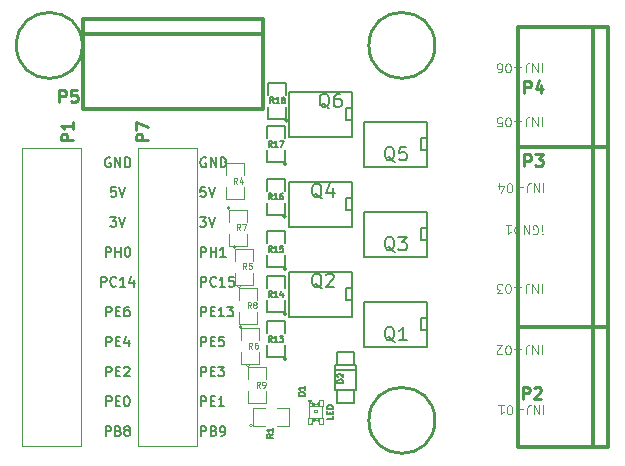
<source format=gto>
G04 (created by PCBNEW (2013-07-07 BZR 4022)-stable) date 16/12/2013 14:51:33*
%MOIN*%
G04 Gerber Fmt 3.4, Leading zero omitted, Abs format*
%FSLAX34Y34*%
G01*
G70*
G90*
G04 APERTURE LIST*
%ADD10C,0.00590551*%
%ADD11C,0.005*%
%ADD12C,0.01*%
%ADD13C,0.0045*%
%ADD14C,0.0039*%
%ADD15C,0.012*%
%ADD16C,0.0026*%
%ADD17C,0.004*%
%ADD18C,0.002*%
%ADD19C,0.006*%
%ADD20C,0.0043*%
G04 APERTURE END LIST*
G54D10*
G54D11*
X75643Y-49824D02*
X75613Y-49809D01*
X75567Y-49809D01*
X75521Y-49824D01*
X75491Y-49855D01*
X75476Y-49885D01*
X75460Y-49946D01*
X75460Y-49992D01*
X75476Y-50053D01*
X75491Y-50083D01*
X75521Y-50114D01*
X75567Y-50129D01*
X75598Y-50129D01*
X75643Y-50114D01*
X75659Y-50099D01*
X75659Y-49992D01*
X75598Y-49992D01*
X75796Y-50129D02*
X75796Y-49809D01*
X75979Y-50129D01*
X75979Y-49809D01*
X76131Y-50129D02*
X76131Y-49809D01*
X76207Y-49809D01*
X76253Y-49824D01*
X76283Y-49855D01*
X76299Y-49885D01*
X76314Y-49946D01*
X76314Y-49992D01*
X76299Y-50053D01*
X76283Y-50083D01*
X76253Y-50114D01*
X76207Y-50129D01*
X76131Y-50129D01*
X75628Y-50805D02*
X75476Y-50805D01*
X75460Y-50957D01*
X75476Y-50942D01*
X75506Y-50927D01*
X75582Y-50927D01*
X75613Y-50942D01*
X75628Y-50957D01*
X75643Y-50988D01*
X75643Y-51064D01*
X75628Y-51095D01*
X75613Y-51110D01*
X75582Y-51125D01*
X75506Y-51125D01*
X75476Y-51110D01*
X75460Y-51095D01*
X75735Y-50805D02*
X75841Y-51125D01*
X75948Y-50805D01*
X75445Y-51801D02*
X75643Y-51801D01*
X75537Y-51923D01*
X75582Y-51923D01*
X75613Y-51938D01*
X75628Y-51953D01*
X75643Y-51984D01*
X75643Y-52060D01*
X75628Y-52091D01*
X75613Y-52106D01*
X75582Y-52121D01*
X75491Y-52121D01*
X75460Y-52106D01*
X75445Y-52091D01*
X75735Y-51801D02*
X75841Y-52121D01*
X75948Y-51801D01*
X75476Y-53117D02*
X75476Y-52797D01*
X75598Y-52797D01*
X75628Y-52812D01*
X75643Y-52828D01*
X75659Y-52858D01*
X75659Y-52904D01*
X75643Y-52934D01*
X75628Y-52949D01*
X75598Y-52965D01*
X75476Y-52965D01*
X75796Y-53117D02*
X75796Y-52797D01*
X75796Y-52949D02*
X75979Y-52949D01*
X75979Y-53117D02*
X75979Y-52797D01*
X76299Y-53117D02*
X76116Y-53117D01*
X76207Y-53117D02*
X76207Y-52797D01*
X76177Y-52843D01*
X76146Y-52873D01*
X76116Y-52888D01*
X75476Y-54113D02*
X75476Y-53793D01*
X75598Y-53793D01*
X75628Y-53808D01*
X75643Y-53824D01*
X75659Y-53854D01*
X75659Y-53900D01*
X75643Y-53930D01*
X75628Y-53945D01*
X75598Y-53961D01*
X75476Y-53961D01*
X75979Y-54083D02*
X75963Y-54098D01*
X75918Y-54113D01*
X75887Y-54113D01*
X75841Y-54098D01*
X75811Y-54067D01*
X75796Y-54037D01*
X75780Y-53976D01*
X75780Y-53930D01*
X75796Y-53869D01*
X75811Y-53839D01*
X75841Y-53808D01*
X75887Y-53793D01*
X75918Y-53793D01*
X75963Y-53808D01*
X75979Y-53824D01*
X76283Y-54113D02*
X76100Y-54113D01*
X76192Y-54113D02*
X76192Y-53793D01*
X76161Y-53839D01*
X76131Y-53869D01*
X76100Y-53884D01*
X76573Y-53793D02*
X76420Y-53793D01*
X76405Y-53945D01*
X76420Y-53930D01*
X76451Y-53915D01*
X76527Y-53915D01*
X76558Y-53930D01*
X76573Y-53945D01*
X76588Y-53976D01*
X76588Y-54052D01*
X76573Y-54083D01*
X76558Y-54098D01*
X76527Y-54113D01*
X76451Y-54113D01*
X76420Y-54098D01*
X76405Y-54083D01*
X75476Y-55109D02*
X75476Y-54789D01*
X75598Y-54789D01*
X75628Y-54804D01*
X75643Y-54820D01*
X75659Y-54850D01*
X75659Y-54896D01*
X75643Y-54926D01*
X75628Y-54941D01*
X75598Y-54957D01*
X75476Y-54957D01*
X75796Y-54941D02*
X75902Y-54941D01*
X75948Y-55109D02*
X75796Y-55109D01*
X75796Y-54789D01*
X75948Y-54789D01*
X76253Y-55109D02*
X76070Y-55109D01*
X76161Y-55109D02*
X76161Y-54789D01*
X76131Y-54835D01*
X76100Y-54865D01*
X76070Y-54880D01*
X76359Y-54789D02*
X76558Y-54789D01*
X76451Y-54911D01*
X76497Y-54911D01*
X76527Y-54926D01*
X76542Y-54941D01*
X76558Y-54972D01*
X76558Y-55048D01*
X76542Y-55079D01*
X76527Y-55094D01*
X76497Y-55109D01*
X76405Y-55109D01*
X76375Y-55094D01*
X76359Y-55079D01*
X75476Y-56105D02*
X75476Y-55785D01*
X75598Y-55785D01*
X75628Y-55800D01*
X75643Y-55816D01*
X75659Y-55846D01*
X75659Y-55892D01*
X75643Y-55922D01*
X75628Y-55937D01*
X75598Y-55953D01*
X75476Y-55953D01*
X75796Y-55937D02*
X75902Y-55937D01*
X75948Y-56105D02*
X75796Y-56105D01*
X75796Y-55785D01*
X75948Y-55785D01*
X76238Y-55785D02*
X76085Y-55785D01*
X76070Y-55937D01*
X76085Y-55922D01*
X76116Y-55907D01*
X76192Y-55907D01*
X76222Y-55922D01*
X76238Y-55937D01*
X76253Y-55968D01*
X76253Y-56044D01*
X76238Y-56075D01*
X76222Y-56090D01*
X76192Y-56105D01*
X76116Y-56105D01*
X76085Y-56090D01*
X76070Y-56075D01*
X75476Y-57101D02*
X75476Y-56781D01*
X75598Y-56781D01*
X75628Y-56796D01*
X75643Y-56812D01*
X75659Y-56842D01*
X75659Y-56888D01*
X75643Y-56918D01*
X75628Y-56933D01*
X75598Y-56949D01*
X75476Y-56949D01*
X75796Y-56933D02*
X75902Y-56933D01*
X75948Y-57101D02*
X75796Y-57101D01*
X75796Y-56781D01*
X75948Y-56781D01*
X76055Y-56781D02*
X76253Y-56781D01*
X76146Y-56903D01*
X76192Y-56903D01*
X76222Y-56918D01*
X76238Y-56933D01*
X76253Y-56964D01*
X76253Y-57040D01*
X76238Y-57071D01*
X76222Y-57086D01*
X76192Y-57101D01*
X76100Y-57101D01*
X76070Y-57086D01*
X76055Y-57071D01*
X75476Y-58097D02*
X75476Y-57777D01*
X75598Y-57777D01*
X75628Y-57792D01*
X75643Y-57808D01*
X75659Y-57838D01*
X75659Y-57884D01*
X75643Y-57914D01*
X75628Y-57929D01*
X75598Y-57945D01*
X75476Y-57945D01*
X75796Y-57929D02*
X75902Y-57929D01*
X75948Y-58097D02*
X75796Y-58097D01*
X75796Y-57777D01*
X75948Y-57777D01*
X76253Y-58097D02*
X76070Y-58097D01*
X76161Y-58097D02*
X76161Y-57777D01*
X76131Y-57823D01*
X76100Y-57853D01*
X76070Y-57868D01*
X75476Y-59093D02*
X75476Y-58773D01*
X75598Y-58773D01*
X75628Y-58788D01*
X75643Y-58804D01*
X75659Y-58834D01*
X75659Y-58880D01*
X75643Y-58910D01*
X75628Y-58925D01*
X75598Y-58941D01*
X75476Y-58941D01*
X75902Y-58925D02*
X75948Y-58941D01*
X75963Y-58956D01*
X75979Y-58986D01*
X75979Y-59032D01*
X75963Y-59063D01*
X75948Y-59078D01*
X75918Y-59093D01*
X75796Y-59093D01*
X75796Y-58773D01*
X75902Y-58773D01*
X75933Y-58788D01*
X75948Y-58804D01*
X75963Y-58834D01*
X75963Y-58864D01*
X75948Y-58895D01*
X75933Y-58910D01*
X75902Y-58925D01*
X75796Y-58925D01*
X76131Y-59093D02*
X76192Y-59093D01*
X76222Y-59078D01*
X76238Y-59063D01*
X76268Y-59017D01*
X76283Y-58956D01*
X76283Y-58834D01*
X76268Y-58804D01*
X76253Y-58788D01*
X76222Y-58773D01*
X76161Y-58773D01*
X76131Y-58788D01*
X76116Y-58804D01*
X76100Y-58834D01*
X76100Y-58910D01*
X76116Y-58941D01*
X76131Y-58956D01*
X76161Y-58971D01*
X76222Y-58971D01*
X76253Y-58956D01*
X76268Y-58941D01*
X76283Y-58910D01*
X72456Y-49824D02*
X72425Y-49809D01*
X72380Y-49809D01*
X72334Y-49824D01*
X72303Y-49855D01*
X72288Y-49885D01*
X72273Y-49946D01*
X72273Y-49992D01*
X72288Y-50053D01*
X72303Y-50083D01*
X72334Y-50114D01*
X72380Y-50129D01*
X72410Y-50129D01*
X72456Y-50114D01*
X72471Y-50099D01*
X72471Y-49992D01*
X72410Y-49992D01*
X72608Y-50129D02*
X72608Y-49809D01*
X72791Y-50129D01*
X72791Y-49809D01*
X72943Y-50129D02*
X72943Y-49809D01*
X73020Y-49809D01*
X73065Y-49824D01*
X73096Y-49855D01*
X73111Y-49885D01*
X73126Y-49946D01*
X73126Y-49992D01*
X73111Y-50053D01*
X73096Y-50083D01*
X73065Y-50114D01*
X73020Y-50129D01*
X72943Y-50129D01*
X72639Y-50805D02*
X72486Y-50805D01*
X72471Y-50957D01*
X72486Y-50942D01*
X72517Y-50927D01*
X72593Y-50927D01*
X72623Y-50942D01*
X72639Y-50957D01*
X72654Y-50988D01*
X72654Y-51064D01*
X72639Y-51095D01*
X72623Y-51110D01*
X72593Y-51125D01*
X72517Y-51125D01*
X72486Y-51110D01*
X72471Y-51095D01*
X72745Y-50805D02*
X72852Y-51125D01*
X72959Y-50805D01*
X72456Y-51801D02*
X72654Y-51801D01*
X72547Y-51923D01*
X72593Y-51923D01*
X72623Y-51938D01*
X72639Y-51953D01*
X72654Y-51984D01*
X72654Y-52060D01*
X72639Y-52091D01*
X72623Y-52106D01*
X72593Y-52121D01*
X72501Y-52121D01*
X72471Y-52106D01*
X72456Y-52091D01*
X72745Y-51801D02*
X72852Y-52121D01*
X72959Y-51801D01*
X72296Y-53117D02*
X72296Y-52797D01*
X72418Y-52797D01*
X72448Y-52812D01*
X72463Y-52828D01*
X72479Y-52858D01*
X72479Y-52904D01*
X72463Y-52934D01*
X72448Y-52949D01*
X72418Y-52965D01*
X72296Y-52965D01*
X72616Y-53117D02*
X72616Y-52797D01*
X72616Y-52949D02*
X72799Y-52949D01*
X72799Y-53117D02*
X72799Y-52797D01*
X73012Y-52797D02*
X73042Y-52797D01*
X73073Y-52812D01*
X73088Y-52828D01*
X73103Y-52858D01*
X73119Y-52919D01*
X73119Y-52995D01*
X73103Y-53056D01*
X73088Y-53087D01*
X73073Y-53102D01*
X73042Y-53117D01*
X73012Y-53117D01*
X72981Y-53102D01*
X72966Y-53087D01*
X72951Y-53056D01*
X72936Y-52995D01*
X72936Y-52919D01*
X72951Y-52858D01*
X72966Y-52828D01*
X72981Y-52812D01*
X73012Y-52797D01*
X72151Y-54113D02*
X72151Y-53793D01*
X72273Y-53793D01*
X72303Y-53808D01*
X72319Y-53824D01*
X72334Y-53854D01*
X72334Y-53900D01*
X72319Y-53930D01*
X72303Y-53945D01*
X72273Y-53961D01*
X72151Y-53961D01*
X72654Y-54083D02*
X72639Y-54098D01*
X72593Y-54113D01*
X72562Y-54113D01*
X72517Y-54098D01*
X72486Y-54067D01*
X72471Y-54037D01*
X72456Y-53976D01*
X72456Y-53930D01*
X72471Y-53869D01*
X72486Y-53839D01*
X72517Y-53808D01*
X72562Y-53793D01*
X72593Y-53793D01*
X72639Y-53808D01*
X72654Y-53824D01*
X72959Y-54113D02*
X72776Y-54113D01*
X72867Y-54113D02*
X72867Y-53793D01*
X72837Y-53839D01*
X72806Y-53869D01*
X72776Y-53884D01*
X73233Y-53900D02*
X73233Y-54113D01*
X73157Y-53778D02*
X73080Y-54006D01*
X73279Y-54006D01*
X72319Y-55109D02*
X72319Y-54789D01*
X72440Y-54789D01*
X72471Y-54804D01*
X72486Y-54820D01*
X72501Y-54850D01*
X72501Y-54896D01*
X72486Y-54926D01*
X72471Y-54941D01*
X72440Y-54957D01*
X72319Y-54957D01*
X72639Y-54941D02*
X72745Y-54941D01*
X72791Y-55109D02*
X72639Y-55109D01*
X72639Y-54789D01*
X72791Y-54789D01*
X73065Y-54789D02*
X73004Y-54789D01*
X72974Y-54804D01*
X72959Y-54820D01*
X72928Y-54865D01*
X72913Y-54926D01*
X72913Y-55048D01*
X72928Y-55079D01*
X72943Y-55094D01*
X72974Y-55109D01*
X73035Y-55109D01*
X73065Y-55094D01*
X73080Y-55079D01*
X73096Y-55048D01*
X73096Y-54972D01*
X73080Y-54941D01*
X73065Y-54926D01*
X73035Y-54911D01*
X72974Y-54911D01*
X72943Y-54926D01*
X72928Y-54941D01*
X72913Y-54972D01*
X72319Y-56105D02*
X72319Y-55785D01*
X72440Y-55785D01*
X72471Y-55800D01*
X72486Y-55816D01*
X72501Y-55846D01*
X72501Y-55892D01*
X72486Y-55922D01*
X72471Y-55937D01*
X72440Y-55953D01*
X72319Y-55953D01*
X72639Y-55937D02*
X72745Y-55937D01*
X72791Y-56105D02*
X72639Y-56105D01*
X72639Y-55785D01*
X72791Y-55785D01*
X73065Y-55892D02*
X73065Y-56105D01*
X72989Y-55770D02*
X72913Y-55998D01*
X73111Y-55998D01*
X72319Y-57101D02*
X72319Y-56781D01*
X72440Y-56781D01*
X72471Y-56796D01*
X72486Y-56812D01*
X72501Y-56842D01*
X72501Y-56888D01*
X72486Y-56918D01*
X72471Y-56933D01*
X72440Y-56949D01*
X72319Y-56949D01*
X72639Y-56933D02*
X72745Y-56933D01*
X72791Y-57101D02*
X72639Y-57101D01*
X72639Y-56781D01*
X72791Y-56781D01*
X72913Y-56812D02*
X72928Y-56796D01*
X72959Y-56781D01*
X73035Y-56781D01*
X73065Y-56796D01*
X73080Y-56812D01*
X73096Y-56842D01*
X73096Y-56872D01*
X73080Y-56918D01*
X72898Y-57101D01*
X73096Y-57101D01*
X72319Y-58097D02*
X72319Y-57777D01*
X72440Y-57777D01*
X72471Y-57792D01*
X72486Y-57808D01*
X72501Y-57838D01*
X72501Y-57884D01*
X72486Y-57914D01*
X72471Y-57929D01*
X72440Y-57945D01*
X72319Y-57945D01*
X72639Y-57929D02*
X72745Y-57929D01*
X72791Y-58097D02*
X72639Y-58097D01*
X72639Y-57777D01*
X72791Y-57777D01*
X72989Y-57777D02*
X73020Y-57777D01*
X73050Y-57792D01*
X73065Y-57808D01*
X73080Y-57838D01*
X73096Y-57899D01*
X73096Y-57975D01*
X73080Y-58036D01*
X73065Y-58067D01*
X73050Y-58082D01*
X73020Y-58097D01*
X72989Y-58097D01*
X72959Y-58082D01*
X72943Y-58067D01*
X72928Y-58036D01*
X72913Y-57975D01*
X72913Y-57899D01*
X72928Y-57838D01*
X72943Y-57808D01*
X72959Y-57792D01*
X72989Y-57777D01*
X72303Y-59093D02*
X72303Y-58773D01*
X72425Y-58773D01*
X72456Y-58788D01*
X72471Y-58804D01*
X72486Y-58834D01*
X72486Y-58880D01*
X72471Y-58910D01*
X72456Y-58925D01*
X72425Y-58941D01*
X72303Y-58941D01*
X72730Y-58925D02*
X72776Y-58941D01*
X72791Y-58956D01*
X72806Y-58986D01*
X72806Y-59032D01*
X72791Y-59063D01*
X72776Y-59078D01*
X72745Y-59093D01*
X72623Y-59093D01*
X72623Y-58773D01*
X72730Y-58773D01*
X72760Y-58788D01*
X72776Y-58804D01*
X72791Y-58834D01*
X72791Y-58864D01*
X72776Y-58895D01*
X72760Y-58910D01*
X72730Y-58925D01*
X72623Y-58925D01*
X72989Y-58910D02*
X72959Y-58895D01*
X72943Y-58880D01*
X72928Y-58849D01*
X72928Y-58834D01*
X72943Y-58804D01*
X72959Y-58788D01*
X72989Y-58773D01*
X73050Y-58773D01*
X73080Y-58788D01*
X73096Y-58804D01*
X73111Y-58834D01*
X73111Y-58849D01*
X73096Y-58880D01*
X73080Y-58895D01*
X73050Y-58910D01*
X72989Y-58910D01*
X72959Y-58925D01*
X72943Y-58941D01*
X72928Y-58971D01*
X72928Y-59032D01*
X72943Y-59063D01*
X72959Y-59078D01*
X72989Y-59093D01*
X73050Y-59093D01*
X73080Y-59078D01*
X73096Y-59063D01*
X73111Y-59032D01*
X73111Y-58971D01*
X73096Y-58941D01*
X73080Y-58925D01*
X73050Y-58910D01*
G54D12*
X83275Y-58575D02*
G75*
G03X83275Y-58575I-1100J0D01*
G74*
G01*
X83275Y-46075D02*
G75*
G03X83275Y-46075I-1100J0D01*
G74*
G01*
X71525Y-46075D02*
G75*
G03X71525Y-46075I-1100J0D01*
G74*
G01*
G54D13*
X86892Y-58078D02*
X86892Y-58378D01*
X86749Y-58078D02*
X86749Y-58378D01*
X86578Y-58078D01*
X86578Y-58378D01*
X86349Y-58378D02*
X86349Y-58164D01*
X86364Y-58121D01*
X86392Y-58092D01*
X86435Y-58078D01*
X86464Y-58078D01*
X86207Y-58192D02*
X85978Y-58192D01*
X85778Y-58378D02*
X85749Y-58378D01*
X85721Y-58364D01*
X85707Y-58350D01*
X85692Y-58321D01*
X85678Y-58264D01*
X85678Y-58192D01*
X85692Y-58135D01*
X85707Y-58107D01*
X85721Y-58092D01*
X85749Y-58078D01*
X85778Y-58078D01*
X85807Y-58092D01*
X85821Y-58107D01*
X85835Y-58135D01*
X85849Y-58192D01*
X85849Y-58264D01*
X85835Y-58321D01*
X85821Y-58350D01*
X85807Y-58364D01*
X85778Y-58378D01*
X85392Y-58078D02*
X85564Y-58078D01*
X85478Y-58078D02*
X85478Y-58378D01*
X85507Y-58335D01*
X85535Y-58307D01*
X85564Y-58292D01*
X86842Y-56078D02*
X86842Y-56378D01*
X86699Y-56078D02*
X86699Y-56378D01*
X86528Y-56078D01*
X86528Y-56378D01*
X86299Y-56378D02*
X86299Y-56164D01*
X86314Y-56121D01*
X86342Y-56092D01*
X86385Y-56078D01*
X86414Y-56078D01*
X86157Y-56192D02*
X85928Y-56192D01*
X85728Y-56378D02*
X85699Y-56378D01*
X85671Y-56364D01*
X85657Y-56350D01*
X85642Y-56321D01*
X85628Y-56264D01*
X85628Y-56192D01*
X85642Y-56135D01*
X85657Y-56107D01*
X85671Y-56092D01*
X85699Y-56078D01*
X85728Y-56078D01*
X85757Y-56092D01*
X85771Y-56107D01*
X85785Y-56135D01*
X85799Y-56192D01*
X85799Y-56264D01*
X85785Y-56321D01*
X85771Y-56350D01*
X85757Y-56364D01*
X85728Y-56378D01*
X85514Y-56350D02*
X85499Y-56364D01*
X85471Y-56378D01*
X85399Y-56378D01*
X85371Y-56364D01*
X85357Y-56350D01*
X85342Y-56321D01*
X85342Y-56292D01*
X85357Y-56250D01*
X85528Y-56078D01*
X85342Y-56078D01*
X86842Y-54028D02*
X86842Y-54328D01*
X86699Y-54028D02*
X86699Y-54328D01*
X86528Y-54028D01*
X86528Y-54328D01*
X86299Y-54328D02*
X86299Y-54114D01*
X86314Y-54071D01*
X86342Y-54042D01*
X86385Y-54028D01*
X86414Y-54028D01*
X86157Y-54142D02*
X85928Y-54142D01*
X85728Y-54328D02*
X85699Y-54328D01*
X85671Y-54314D01*
X85657Y-54300D01*
X85642Y-54271D01*
X85628Y-54214D01*
X85628Y-54142D01*
X85642Y-54085D01*
X85657Y-54057D01*
X85671Y-54042D01*
X85699Y-54028D01*
X85728Y-54028D01*
X85757Y-54042D01*
X85771Y-54057D01*
X85785Y-54085D01*
X85799Y-54142D01*
X85799Y-54214D01*
X85785Y-54271D01*
X85771Y-54300D01*
X85757Y-54314D01*
X85728Y-54328D01*
X85528Y-54328D02*
X85342Y-54328D01*
X85442Y-54214D01*
X85399Y-54214D01*
X85371Y-54200D01*
X85357Y-54185D01*
X85342Y-54157D01*
X85342Y-54085D01*
X85357Y-54057D01*
X85371Y-54042D01*
X85399Y-54028D01*
X85485Y-54028D01*
X85514Y-54042D01*
X85528Y-54057D01*
X86842Y-46678D02*
X86842Y-46978D01*
X86699Y-46678D02*
X86699Y-46978D01*
X86528Y-46678D01*
X86528Y-46978D01*
X86299Y-46978D02*
X86299Y-46764D01*
X86314Y-46721D01*
X86342Y-46692D01*
X86385Y-46678D01*
X86414Y-46678D01*
X86157Y-46792D02*
X85928Y-46792D01*
X85728Y-46978D02*
X85699Y-46978D01*
X85671Y-46964D01*
X85657Y-46950D01*
X85642Y-46921D01*
X85628Y-46864D01*
X85628Y-46792D01*
X85642Y-46735D01*
X85657Y-46707D01*
X85671Y-46692D01*
X85699Y-46678D01*
X85728Y-46678D01*
X85757Y-46692D01*
X85771Y-46707D01*
X85785Y-46735D01*
X85799Y-46792D01*
X85799Y-46864D01*
X85785Y-46921D01*
X85771Y-46950D01*
X85757Y-46964D01*
X85728Y-46978D01*
X85371Y-46978D02*
X85428Y-46978D01*
X85457Y-46964D01*
X85471Y-46950D01*
X85499Y-46907D01*
X85514Y-46850D01*
X85514Y-46735D01*
X85499Y-46707D01*
X85485Y-46692D01*
X85457Y-46678D01*
X85399Y-46678D01*
X85371Y-46692D01*
X85357Y-46707D01*
X85342Y-46735D01*
X85342Y-46807D01*
X85357Y-46835D01*
X85371Y-46850D01*
X85399Y-46864D01*
X85457Y-46864D01*
X85485Y-46850D01*
X85499Y-46835D01*
X85514Y-46807D01*
X86842Y-48478D02*
X86842Y-48778D01*
X86699Y-48478D02*
X86699Y-48778D01*
X86528Y-48478D01*
X86528Y-48778D01*
X86299Y-48778D02*
X86299Y-48564D01*
X86314Y-48521D01*
X86342Y-48492D01*
X86385Y-48478D01*
X86414Y-48478D01*
X86157Y-48592D02*
X85928Y-48592D01*
X85728Y-48778D02*
X85699Y-48778D01*
X85671Y-48764D01*
X85657Y-48750D01*
X85642Y-48721D01*
X85628Y-48664D01*
X85628Y-48592D01*
X85642Y-48535D01*
X85657Y-48507D01*
X85671Y-48492D01*
X85699Y-48478D01*
X85728Y-48478D01*
X85757Y-48492D01*
X85771Y-48507D01*
X85785Y-48535D01*
X85799Y-48592D01*
X85799Y-48664D01*
X85785Y-48721D01*
X85771Y-48750D01*
X85757Y-48764D01*
X85728Y-48778D01*
X85357Y-48778D02*
X85499Y-48778D01*
X85514Y-48635D01*
X85499Y-48650D01*
X85471Y-48664D01*
X85399Y-48664D01*
X85371Y-48650D01*
X85357Y-48635D01*
X85342Y-48607D01*
X85342Y-48535D01*
X85357Y-48507D01*
X85371Y-48492D01*
X85399Y-48478D01*
X85471Y-48478D01*
X85499Y-48492D01*
X85514Y-48507D01*
X86892Y-50678D02*
X86892Y-50978D01*
X86749Y-50678D02*
X86749Y-50978D01*
X86578Y-50678D01*
X86578Y-50978D01*
X86349Y-50978D02*
X86349Y-50764D01*
X86364Y-50721D01*
X86392Y-50692D01*
X86435Y-50678D01*
X86464Y-50678D01*
X86207Y-50792D02*
X85978Y-50792D01*
X85778Y-50978D02*
X85749Y-50978D01*
X85721Y-50964D01*
X85707Y-50950D01*
X85692Y-50921D01*
X85678Y-50864D01*
X85678Y-50792D01*
X85692Y-50735D01*
X85707Y-50707D01*
X85721Y-50692D01*
X85749Y-50678D01*
X85778Y-50678D01*
X85807Y-50692D01*
X85821Y-50707D01*
X85835Y-50735D01*
X85849Y-50792D01*
X85849Y-50864D01*
X85835Y-50921D01*
X85821Y-50950D01*
X85807Y-50964D01*
X85778Y-50978D01*
X85421Y-50878D02*
X85421Y-50678D01*
X85492Y-50992D02*
X85564Y-50778D01*
X85378Y-50778D01*
X86849Y-52078D02*
X86849Y-52278D01*
X86849Y-52378D02*
X86864Y-52364D01*
X86849Y-52350D01*
X86835Y-52364D01*
X86849Y-52378D01*
X86849Y-52350D01*
X86550Y-52364D02*
X86578Y-52378D01*
X86621Y-52378D01*
X86664Y-52364D01*
X86692Y-52335D01*
X86707Y-52307D01*
X86721Y-52250D01*
X86721Y-52207D01*
X86707Y-52150D01*
X86692Y-52121D01*
X86664Y-52092D01*
X86621Y-52078D01*
X86592Y-52078D01*
X86550Y-52092D01*
X86535Y-52107D01*
X86535Y-52207D01*
X86592Y-52207D01*
X86407Y-52078D02*
X86407Y-52378D01*
X86235Y-52078D01*
X86235Y-52378D01*
X86092Y-52078D02*
X86092Y-52378D01*
X86021Y-52378D01*
X85978Y-52364D01*
X85949Y-52335D01*
X85935Y-52307D01*
X85921Y-52250D01*
X85921Y-52207D01*
X85935Y-52150D01*
X85949Y-52121D01*
X85978Y-52092D01*
X86021Y-52078D01*
X86092Y-52078D01*
X85635Y-52078D02*
X85807Y-52078D01*
X85721Y-52078D02*
X85721Y-52378D01*
X85749Y-52335D01*
X85778Y-52307D01*
X85807Y-52292D01*
G54D11*
X80525Y-50675D02*
X80525Y-50625D01*
X80525Y-50625D02*
X78425Y-50625D01*
X78425Y-52125D02*
X80525Y-52125D01*
X80525Y-52125D02*
X80525Y-50675D01*
X80525Y-51575D02*
X80325Y-51575D01*
X80325Y-51575D02*
X80325Y-51175D01*
X80325Y-51175D02*
X80525Y-51175D01*
X78425Y-52125D02*
X78425Y-50625D01*
X83025Y-54675D02*
X83025Y-54625D01*
X83025Y-54625D02*
X80925Y-54625D01*
X80925Y-56125D02*
X83025Y-56125D01*
X83025Y-56125D02*
X83025Y-54675D01*
X83025Y-55575D02*
X82825Y-55575D01*
X82825Y-55575D02*
X82825Y-55175D01*
X82825Y-55175D02*
X83025Y-55175D01*
X80925Y-56125D02*
X80925Y-54625D01*
X80525Y-53675D02*
X80525Y-53625D01*
X80525Y-53625D02*
X78425Y-53625D01*
X78425Y-55125D02*
X80525Y-55125D01*
X80525Y-55125D02*
X80525Y-53675D01*
X80525Y-54575D02*
X80325Y-54575D01*
X80325Y-54575D02*
X80325Y-54175D01*
X80325Y-54175D02*
X80525Y-54175D01*
X78425Y-55125D02*
X78425Y-53625D01*
X83025Y-51675D02*
X83025Y-51625D01*
X83025Y-51625D02*
X80925Y-51625D01*
X80925Y-53125D02*
X83025Y-53125D01*
X83025Y-53125D02*
X83025Y-51675D01*
X83025Y-52575D02*
X82825Y-52575D01*
X82825Y-52575D02*
X82825Y-52175D01*
X82825Y-52175D02*
X83025Y-52175D01*
X80925Y-53125D02*
X80925Y-51625D01*
X80525Y-47675D02*
X80525Y-47625D01*
X80525Y-47625D02*
X78425Y-47625D01*
X78425Y-49125D02*
X80525Y-49125D01*
X80525Y-49125D02*
X80525Y-47675D01*
X80525Y-48575D02*
X80325Y-48575D01*
X80325Y-48575D02*
X80325Y-48175D01*
X80325Y-48175D02*
X80525Y-48175D01*
X78425Y-49125D02*
X78425Y-47625D01*
X83025Y-48675D02*
X83025Y-48625D01*
X83025Y-48625D02*
X80925Y-48625D01*
X80925Y-50125D02*
X83025Y-50125D01*
X83025Y-50125D02*
X83025Y-48675D01*
X83025Y-49575D02*
X82825Y-49575D01*
X82825Y-49575D02*
X82825Y-49175D01*
X82825Y-49175D02*
X83025Y-49175D01*
X80925Y-50125D02*
X80925Y-48625D01*
X78325Y-56525D02*
G75*
G03X78325Y-56525I-50J0D01*
G74*
G01*
X78275Y-56075D02*
X78275Y-56475D01*
X78275Y-56475D02*
X77675Y-56475D01*
X77675Y-56475D02*
X77675Y-56075D01*
X77675Y-55675D02*
X77675Y-55275D01*
X77675Y-55275D02*
X78275Y-55275D01*
X78275Y-55275D02*
X78275Y-55675D01*
X78325Y-55025D02*
G75*
G03X78325Y-55025I-50J0D01*
G74*
G01*
X78275Y-54575D02*
X78275Y-54975D01*
X78275Y-54975D02*
X77675Y-54975D01*
X77675Y-54975D02*
X77675Y-54575D01*
X77675Y-54175D02*
X77675Y-53775D01*
X77675Y-53775D02*
X78275Y-53775D01*
X78275Y-53775D02*
X78275Y-54175D01*
X78325Y-51775D02*
G75*
G03X78325Y-51775I-50J0D01*
G74*
G01*
X78275Y-51325D02*
X78275Y-51725D01*
X78275Y-51725D02*
X77675Y-51725D01*
X77675Y-51725D02*
X77675Y-51325D01*
X77675Y-50925D02*
X77675Y-50525D01*
X77675Y-50525D02*
X78275Y-50525D01*
X78275Y-50525D02*
X78275Y-50925D01*
X78325Y-53525D02*
G75*
G03X78325Y-53525I-50J0D01*
G74*
G01*
X78275Y-53075D02*
X78275Y-53475D01*
X78275Y-53475D02*
X77675Y-53475D01*
X77675Y-53475D02*
X77675Y-53075D01*
X77675Y-52675D02*
X77675Y-52275D01*
X77675Y-52275D02*
X78275Y-52275D01*
X78275Y-52275D02*
X78275Y-52675D01*
X78375Y-48575D02*
G75*
G03X78375Y-48575I-50J0D01*
G74*
G01*
X78325Y-48125D02*
X78325Y-48525D01*
X78325Y-48525D02*
X77725Y-48525D01*
X77725Y-48525D02*
X77725Y-48125D01*
X77725Y-47725D02*
X77725Y-47325D01*
X77725Y-47325D02*
X78325Y-47325D01*
X78325Y-47325D02*
X78325Y-47725D01*
X78325Y-50025D02*
G75*
G03X78325Y-50025I-50J0D01*
G74*
G01*
X78275Y-49575D02*
X78275Y-49975D01*
X78275Y-49975D02*
X77675Y-49975D01*
X77675Y-49975D02*
X77675Y-49575D01*
X77675Y-49175D02*
X77675Y-48775D01*
X77675Y-48775D02*
X78275Y-48775D01*
X78275Y-48775D02*
X78275Y-49175D01*
G54D14*
X69516Y-59421D02*
X71484Y-59421D01*
X71484Y-59421D02*
X71484Y-49480D01*
X71484Y-49480D02*
X69516Y-49480D01*
X69516Y-49480D02*
X69516Y-59421D01*
G54D15*
X89050Y-55450D02*
X86050Y-55450D01*
X89050Y-49450D02*
X86050Y-49450D01*
X88550Y-55450D02*
X88550Y-49450D01*
X86050Y-55450D02*
X86050Y-49450D01*
X89050Y-55450D02*
X89050Y-49450D01*
X88550Y-55450D02*
X88550Y-59450D01*
X89050Y-55450D02*
X86050Y-55450D01*
X86050Y-55450D02*
X86050Y-59450D01*
X86050Y-59450D02*
X89050Y-59450D01*
X89050Y-59450D02*
X89050Y-55450D01*
X88550Y-45450D02*
X88550Y-49450D01*
X89050Y-45450D02*
X86050Y-45450D01*
X86050Y-45450D02*
X86050Y-49450D01*
X86050Y-49450D02*
X89050Y-49450D01*
X89050Y-49450D02*
X89050Y-45450D01*
G54D14*
X73366Y-59421D02*
X75334Y-59421D01*
X75334Y-59421D02*
X75334Y-49480D01*
X75334Y-49480D02*
X73366Y-49480D01*
X73366Y-49480D02*
X73366Y-59421D01*
G54D15*
X77550Y-45200D02*
X77550Y-48200D01*
X71550Y-45200D02*
X71550Y-48200D01*
X77550Y-45700D02*
X71550Y-45700D01*
X77550Y-48200D02*
X71550Y-48200D01*
X77550Y-45200D02*
X71550Y-45200D01*
G54D11*
X80010Y-56280D02*
X80570Y-56280D01*
X79940Y-57550D02*
X79940Y-56740D01*
X80660Y-56740D02*
X80660Y-57550D01*
X80010Y-58010D02*
X80570Y-58010D01*
X80570Y-57580D02*
X80570Y-58000D01*
X80010Y-58000D02*
X80010Y-57570D01*
X80010Y-56720D02*
X80010Y-56280D01*
X80570Y-56290D02*
X80570Y-56720D01*
X79940Y-57560D02*
X80660Y-57560D01*
X79940Y-56900D02*
X80660Y-56900D01*
X80660Y-56740D02*
X79940Y-56740D01*
G54D14*
X77200Y-58750D02*
G75*
G03X77200Y-58750I-50J0D01*
G74*
G01*
X77600Y-58750D02*
X77200Y-58750D01*
X77200Y-58750D02*
X77200Y-58150D01*
X77200Y-58150D02*
X77600Y-58150D01*
X78000Y-58150D02*
X78400Y-58150D01*
X78400Y-58150D02*
X78400Y-58750D01*
X78400Y-58750D02*
X78000Y-58750D01*
G54D16*
X79418Y-58104D02*
X79546Y-58104D01*
X79546Y-58104D02*
X79546Y-57907D01*
X79418Y-57907D02*
X79546Y-57907D01*
X79418Y-58104D02*
X79418Y-57907D01*
X79173Y-58104D02*
X79232Y-58104D01*
X79232Y-58104D02*
X79232Y-58005D01*
X79173Y-58005D02*
X79232Y-58005D01*
X79173Y-58104D02*
X79173Y-58005D01*
X79368Y-58104D02*
X79427Y-58104D01*
X79427Y-58104D02*
X79427Y-58005D01*
X79368Y-58005D02*
X79427Y-58005D01*
X79368Y-58104D02*
X79368Y-58005D01*
X79222Y-58104D02*
X79378Y-58104D01*
X79378Y-58104D02*
X79378Y-58035D01*
X79222Y-58035D02*
X79378Y-58035D01*
X79222Y-58104D02*
X79222Y-58035D01*
X79418Y-58693D02*
X79546Y-58693D01*
X79546Y-58693D02*
X79546Y-58496D01*
X79418Y-58496D02*
X79546Y-58496D01*
X79418Y-58693D02*
X79418Y-58496D01*
X79054Y-58693D02*
X79182Y-58693D01*
X79182Y-58693D02*
X79182Y-58496D01*
X79054Y-58496D02*
X79182Y-58496D01*
X79054Y-58693D02*
X79054Y-58496D01*
X79368Y-58595D02*
X79427Y-58595D01*
X79427Y-58595D02*
X79427Y-58496D01*
X79368Y-58496D02*
X79427Y-58496D01*
X79368Y-58595D02*
X79368Y-58496D01*
X79173Y-58595D02*
X79232Y-58595D01*
X79232Y-58595D02*
X79232Y-58496D01*
X79173Y-58496D02*
X79232Y-58496D01*
X79173Y-58595D02*
X79173Y-58496D01*
X79222Y-58565D02*
X79378Y-58565D01*
X79378Y-58565D02*
X79378Y-58496D01*
X79222Y-58496D02*
X79378Y-58496D01*
X79222Y-58565D02*
X79222Y-58496D01*
X79261Y-58300D02*
X79339Y-58300D01*
X79339Y-58300D02*
X79339Y-58222D01*
X79261Y-58222D02*
X79339Y-58222D01*
X79261Y-58300D02*
X79261Y-58222D01*
X79064Y-58104D02*
X79182Y-58104D01*
X79182Y-58104D02*
X79182Y-57986D01*
X79064Y-57986D02*
X79182Y-57986D01*
X79064Y-58104D02*
X79064Y-57986D01*
X79054Y-57936D02*
X79143Y-57936D01*
X79143Y-57936D02*
X79143Y-57907D01*
X79054Y-57907D02*
X79143Y-57907D01*
X79054Y-57936D02*
X79054Y-57907D01*
G54D17*
X79526Y-58094D02*
X79526Y-58506D01*
X79074Y-58496D02*
X79074Y-57936D01*
G54D18*
X79151Y-57966D02*
G75*
G03X79151Y-57966I-28J0D01*
G74*
G01*
G54D17*
X79163Y-57907D02*
G75*
G03X79437Y-57907I137J0D01*
G74*
G01*
X79437Y-58693D02*
G75*
G03X79163Y-58693I-137J0D01*
G74*
G01*
G54D14*
X76350Y-49950D02*
G75*
G03X76350Y-49950I-50J0D01*
G74*
G01*
X76300Y-50400D02*
X76300Y-50000D01*
X76300Y-50000D02*
X76900Y-50000D01*
X76900Y-50000D02*
X76900Y-50400D01*
X76900Y-50800D02*
X76900Y-51200D01*
X76900Y-51200D02*
X76300Y-51200D01*
X76300Y-51200D02*
X76300Y-50800D01*
X76450Y-51500D02*
G75*
G03X76450Y-51500I-50J0D01*
G74*
G01*
X76400Y-51950D02*
X76400Y-51550D01*
X76400Y-51550D02*
X77000Y-51550D01*
X77000Y-51550D02*
X77000Y-51950D01*
X77000Y-52350D02*
X77000Y-52750D01*
X77000Y-52750D02*
X76400Y-52750D01*
X76400Y-52750D02*
X76400Y-52350D01*
X76650Y-52800D02*
G75*
G03X76650Y-52800I-50J0D01*
G74*
G01*
X76600Y-53250D02*
X76600Y-52850D01*
X76600Y-52850D02*
X77200Y-52850D01*
X77200Y-52850D02*
X77200Y-53250D01*
X77200Y-53650D02*
X77200Y-54050D01*
X77200Y-54050D02*
X76600Y-54050D01*
X76600Y-54050D02*
X76600Y-53650D01*
X76800Y-54100D02*
G75*
G03X76800Y-54100I-50J0D01*
G74*
G01*
X76750Y-54550D02*
X76750Y-54150D01*
X76750Y-54150D02*
X77350Y-54150D01*
X77350Y-54150D02*
X77350Y-54550D01*
X77350Y-54950D02*
X77350Y-55350D01*
X77350Y-55350D02*
X76750Y-55350D01*
X76750Y-55350D02*
X76750Y-54950D01*
X76850Y-55450D02*
G75*
G03X76850Y-55450I-50J0D01*
G74*
G01*
X76800Y-55900D02*
X76800Y-55500D01*
X76800Y-55500D02*
X77400Y-55500D01*
X77400Y-55500D02*
X77400Y-55900D01*
X77400Y-56300D02*
X77400Y-56700D01*
X77400Y-56700D02*
X76800Y-56700D01*
X76800Y-56700D02*
X76800Y-56300D01*
X77100Y-56750D02*
G75*
G03X77100Y-56750I-50J0D01*
G74*
G01*
X77050Y-57200D02*
X77050Y-56800D01*
X77050Y-56800D02*
X77650Y-56800D01*
X77650Y-56800D02*
X77650Y-57200D01*
X77650Y-57600D02*
X77650Y-58000D01*
X77650Y-58000D02*
X77050Y-58000D01*
X77050Y-58000D02*
X77050Y-57600D01*
G54D19*
X79507Y-51175D02*
X79464Y-51153D01*
X79421Y-51110D01*
X79357Y-51046D01*
X79314Y-51025D01*
X79271Y-51025D01*
X79292Y-51132D02*
X79250Y-51110D01*
X79207Y-51067D01*
X79185Y-50982D01*
X79185Y-50832D01*
X79207Y-50746D01*
X79250Y-50703D01*
X79292Y-50682D01*
X79378Y-50682D01*
X79421Y-50703D01*
X79464Y-50746D01*
X79485Y-50832D01*
X79485Y-50982D01*
X79464Y-51067D01*
X79421Y-51110D01*
X79378Y-51132D01*
X79292Y-51132D01*
X79871Y-50832D02*
X79871Y-51132D01*
X79764Y-50660D02*
X79657Y-50982D01*
X79935Y-50982D01*
X81932Y-55950D02*
X81889Y-55928D01*
X81846Y-55885D01*
X81782Y-55821D01*
X81739Y-55800D01*
X81696Y-55800D01*
X81717Y-55907D02*
X81675Y-55885D01*
X81632Y-55842D01*
X81610Y-55757D01*
X81610Y-55607D01*
X81632Y-55521D01*
X81675Y-55478D01*
X81717Y-55457D01*
X81803Y-55457D01*
X81846Y-55478D01*
X81889Y-55521D01*
X81910Y-55607D01*
X81910Y-55757D01*
X81889Y-55842D01*
X81846Y-55885D01*
X81803Y-55907D01*
X81717Y-55907D01*
X82339Y-55907D02*
X82082Y-55907D01*
X82210Y-55907D02*
X82210Y-55457D01*
X82167Y-55521D01*
X82125Y-55564D01*
X82082Y-55585D01*
X79507Y-54175D02*
X79464Y-54153D01*
X79421Y-54110D01*
X79357Y-54046D01*
X79314Y-54025D01*
X79271Y-54025D01*
X79292Y-54132D02*
X79250Y-54110D01*
X79207Y-54067D01*
X79185Y-53982D01*
X79185Y-53832D01*
X79207Y-53746D01*
X79250Y-53703D01*
X79292Y-53682D01*
X79378Y-53682D01*
X79421Y-53703D01*
X79464Y-53746D01*
X79485Y-53832D01*
X79485Y-53982D01*
X79464Y-54067D01*
X79421Y-54110D01*
X79378Y-54132D01*
X79292Y-54132D01*
X79657Y-53725D02*
X79678Y-53703D01*
X79721Y-53682D01*
X79828Y-53682D01*
X79871Y-53703D01*
X79892Y-53725D01*
X79914Y-53767D01*
X79914Y-53810D01*
X79892Y-53875D01*
X79635Y-54132D01*
X79914Y-54132D01*
X81932Y-52950D02*
X81889Y-52928D01*
X81846Y-52885D01*
X81782Y-52821D01*
X81739Y-52800D01*
X81696Y-52800D01*
X81717Y-52907D02*
X81675Y-52885D01*
X81632Y-52842D01*
X81610Y-52757D01*
X81610Y-52607D01*
X81632Y-52521D01*
X81675Y-52478D01*
X81717Y-52457D01*
X81803Y-52457D01*
X81846Y-52478D01*
X81889Y-52521D01*
X81910Y-52607D01*
X81910Y-52757D01*
X81889Y-52842D01*
X81846Y-52885D01*
X81803Y-52907D01*
X81717Y-52907D01*
X82060Y-52457D02*
X82339Y-52457D01*
X82189Y-52628D01*
X82253Y-52628D01*
X82296Y-52650D01*
X82317Y-52671D01*
X82339Y-52714D01*
X82339Y-52821D01*
X82317Y-52864D01*
X82296Y-52885D01*
X82253Y-52907D01*
X82125Y-52907D01*
X82082Y-52885D01*
X82060Y-52864D01*
X79757Y-48175D02*
X79714Y-48153D01*
X79671Y-48110D01*
X79607Y-48046D01*
X79564Y-48025D01*
X79521Y-48025D01*
X79542Y-48132D02*
X79500Y-48110D01*
X79457Y-48067D01*
X79435Y-47982D01*
X79435Y-47832D01*
X79457Y-47746D01*
X79500Y-47703D01*
X79542Y-47682D01*
X79628Y-47682D01*
X79671Y-47703D01*
X79714Y-47746D01*
X79735Y-47832D01*
X79735Y-47982D01*
X79714Y-48067D01*
X79671Y-48110D01*
X79628Y-48132D01*
X79542Y-48132D01*
X80121Y-47682D02*
X80035Y-47682D01*
X79992Y-47703D01*
X79971Y-47725D01*
X79928Y-47789D01*
X79907Y-47875D01*
X79907Y-48046D01*
X79928Y-48089D01*
X79950Y-48110D01*
X79992Y-48132D01*
X80078Y-48132D01*
X80121Y-48110D01*
X80142Y-48089D01*
X80164Y-48046D01*
X80164Y-47939D01*
X80142Y-47896D01*
X80121Y-47875D01*
X80078Y-47853D01*
X79992Y-47853D01*
X79950Y-47875D01*
X79928Y-47896D01*
X79907Y-47939D01*
X81932Y-49950D02*
X81889Y-49928D01*
X81846Y-49885D01*
X81782Y-49821D01*
X81739Y-49800D01*
X81696Y-49800D01*
X81717Y-49907D02*
X81675Y-49885D01*
X81632Y-49842D01*
X81610Y-49757D01*
X81610Y-49607D01*
X81632Y-49521D01*
X81675Y-49478D01*
X81717Y-49457D01*
X81803Y-49457D01*
X81846Y-49478D01*
X81889Y-49521D01*
X81910Y-49607D01*
X81910Y-49757D01*
X81889Y-49842D01*
X81846Y-49885D01*
X81803Y-49907D01*
X81717Y-49907D01*
X82317Y-49457D02*
X82103Y-49457D01*
X82082Y-49671D01*
X82103Y-49650D01*
X82146Y-49628D01*
X82253Y-49628D01*
X82296Y-49650D01*
X82317Y-49671D01*
X82339Y-49714D01*
X82339Y-49821D01*
X82317Y-49864D01*
X82296Y-49885D01*
X82253Y-49907D01*
X82146Y-49907D01*
X82103Y-49885D01*
X82082Y-49864D01*
G54D11*
X77846Y-55955D02*
X77779Y-55860D01*
X77732Y-55955D02*
X77732Y-55755D01*
X77808Y-55755D01*
X77827Y-55765D01*
X77836Y-55775D01*
X77846Y-55794D01*
X77846Y-55822D01*
X77836Y-55841D01*
X77827Y-55851D01*
X77808Y-55860D01*
X77732Y-55860D01*
X78036Y-55955D02*
X77922Y-55955D01*
X77979Y-55955D02*
X77979Y-55755D01*
X77960Y-55784D01*
X77941Y-55803D01*
X77922Y-55813D01*
X78103Y-55755D02*
X78227Y-55755D01*
X78160Y-55832D01*
X78189Y-55832D01*
X78208Y-55841D01*
X78217Y-55851D01*
X78227Y-55870D01*
X78227Y-55917D01*
X78217Y-55936D01*
X78208Y-55946D01*
X78189Y-55955D01*
X78132Y-55955D01*
X78113Y-55946D01*
X78103Y-55936D01*
X77846Y-54455D02*
X77779Y-54360D01*
X77732Y-54455D02*
X77732Y-54255D01*
X77808Y-54255D01*
X77827Y-54265D01*
X77836Y-54275D01*
X77846Y-54294D01*
X77846Y-54322D01*
X77836Y-54341D01*
X77827Y-54351D01*
X77808Y-54360D01*
X77732Y-54360D01*
X78036Y-54455D02*
X77922Y-54455D01*
X77979Y-54455D02*
X77979Y-54255D01*
X77960Y-54284D01*
X77941Y-54303D01*
X77922Y-54313D01*
X78208Y-54322D02*
X78208Y-54455D01*
X78160Y-54246D02*
X78113Y-54389D01*
X78236Y-54389D01*
X77846Y-51205D02*
X77779Y-51110D01*
X77732Y-51205D02*
X77732Y-51005D01*
X77808Y-51005D01*
X77827Y-51015D01*
X77836Y-51025D01*
X77846Y-51044D01*
X77846Y-51072D01*
X77836Y-51091D01*
X77827Y-51101D01*
X77808Y-51110D01*
X77732Y-51110D01*
X78036Y-51205D02*
X77922Y-51205D01*
X77979Y-51205D02*
X77979Y-51005D01*
X77960Y-51034D01*
X77941Y-51053D01*
X77922Y-51063D01*
X78208Y-51005D02*
X78170Y-51005D01*
X78151Y-51015D01*
X78141Y-51025D01*
X78122Y-51053D01*
X78113Y-51091D01*
X78113Y-51167D01*
X78122Y-51186D01*
X78132Y-51196D01*
X78151Y-51205D01*
X78189Y-51205D01*
X78208Y-51196D01*
X78217Y-51186D01*
X78227Y-51167D01*
X78227Y-51120D01*
X78217Y-51101D01*
X78208Y-51091D01*
X78189Y-51082D01*
X78151Y-51082D01*
X78132Y-51091D01*
X78122Y-51101D01*
X78113Y-51120D01*
X77846Y-52955D02*
X77779Y-52860D01*
X77732Y-52955D02*
X77732Y-52755D01*
X77808Y-52755D01*
X77827Y-52765D01*
X77836Y-52775D01*
X77846Y-52794D01*
X77846Y-52822D01*
X77836Y-52841D01*
X77827Y-52851D01*
X77808Y-52860D01*
X77732Y-52860D01*
X78036Y-52955D02*
X77922Y-52955D01*
X77979Y-52955D02*
X77979Y-52755D01*
X77960Y-52784D01*
X77941Y-52803D01*
X77922Y-52813D01*
X78217Y-52755D02*
X78122Y-52755D01*
X78113Y-52851D01*
X78122Y-52841D01*
X78141Y-52832D01*
X78189Y-52832D01*
X78208Y-52841D01*
X78217Y-52851D01*
X78227Y-52870D01*
X78227Y-52917D01*
X78217Y-52936D01*
X78208Y-52946D01*
X78189Y-52955D01*
X78141Y-52955D01*
X78122Y-52946D01*
X78113Y-52936D01*
X77896Y-48005D02*
X77829Y-47910D01*
X77782Y-48005D02*
X77782Y-47805D01*
X77858Y-47805D01*
X77877Y-47815D01*
X77886Y-47825D01*
X77896Y-47844D01*
X77896Y-47872D01*
X77886Y-47891D01*
X77877Y-47901D01*
X77858Y-47910D01*
X77782Y-47910D01*
X78086Y-48005D02*
X77972Y-48005D01*
X78029Y-48005D02*
X78029Y-47805D01*
X78010Y-47834D01*
X77991Y-47853D01*
X77972Y-47863D01*
X78201Y-47891D02*
X78182Y-47882D01*
X78172Y-47872D01*
X78163Y-47853D01*
X78163Y-47844D01*
X78172Y-47825D01*
X78182Y-47815D01*
X78201Y-47805D01*
X78239Y-47805D01*
X78258Y-47815D01*
X78267Y-47825D01*
X78277Y-47844D01*
X78277Y-47853D01*
X78267Y-47872D01*
X78258Y-47882D01*
X78239Y-47891D01*
X78201Y-47891D01*
X78182Y-47901D01*
X78172Y-47910D01*
X78163Y-47929D01*
X78163Y-47967D01*
X78172Y-47986D01*
X78182Y-47996D01*
X78201Y-48005D01*
X78239Y-48005D01*
X78258Y-47996D01*
X78267Y-47986D01*
X78277Y-47967D01*
X78277Y-47929D01*
X78267Y-47910D01*
X78258Y-47901D01*
X78239Y-47891D01*
X77846Y-49455D02*
X77779Y-49360D01*
X77732Y-49455D02*
X77732Y-49255D01*
X77808Y-49255D01*
X77827Y-49265D01*
X77836Y-49275D01*
X77846Y-49294D01*
X77846Y-49322D01*
X77836Y-49341D01*
X77827Y-49351D01*
X77808Y-49360D01*
X77732Y-49360D01*
X78036Y-49455D02*
X77922Y-49455D01*
X77979Y-49455D02*
X77979Y-49255D01*
X77960Y-49284D01*
X77941Y-49303D01*
X77922Y-49313D01*
X78103Y-49255D02*
X78236Y-49255D01*
X78151Y-49455D01*
G54D12*
X71211Y-49245D02*
X70811Y-49245D01*
X70811Y-49092D01*
X70830Y-49054D01*
X70850Y-49035D01*
X70888Y-49016D01*
X70945Y-49016D01*
X70983Y-49035D01*
X71002Y-49054D01*
X71021Y-49092D01*
X71021Y-49245D01*
X71211Y-48635D02*
X71211Y-48864D01*
X71211Y-48749D02*
X70811Y-48749D01*
X70869Y-48788D01*
X70907Y-48826D01*
X70926Y-48864D01*
X86254Y-50111D02*
X86254Y-49711D01*
X86407Y-49711D01*
X86445Y-49730D01*
X86464Y-49750D01*
X86483Y-49788D01*
X86483Y-49845D01*
X86464Y-49883D01*
X86445Y-49902D01*
X86407Y-49921D01*
X86254Y-49921D01*
X86616Y-49711D02*
X86864Y-49711D01*
X86730Y-49864D01*
X86788Y-49864D01*
X86826Y-49883D01*
X86845Y-49902D01*
X86864Y-49940D01*
X86864Y-50035D01*
X86845Y-50073D01*
X86826Y-50092D01*
X86788Y-50111D01*
X86673Y-50111D01*
X86635Y-50092D01*
X86616Y-50073D01*
X86204Y-57861D02*
X86204Y-57461D01*
X86357Y-57461D01*
X86395Y-57480D01*
X86414Y-57500D01*
X86433Y-57538D01*
X86433Y-57595D01*
X86414Y-57633D01*
X86395Y-57652D01*
X86357Y-57671D01*
X86204Y-57671D01*
X86585Y-57500D02*
X86604Y-57480D01*
X86642Y-57461D01*
X86738Y-57461D01*
X86776Y-57480D01*
X86795Y-57500D01*
X86814Y-57538D01*
X86814Y-57576D01*
X86795Y-57633D01*
X86566Y-57861D01*
X86814Y-57861D01*
X86254Y-47661D02*
X86254Y-47261D01*
X86407Y-47261D01*
X86445Y-47280D01*
X86464Y-47300D01*
X86483Y-47338D01*
X86483Y-47395D01*
X86464Y-47433D01*
X86445Y-47452D01*
X86407Y-47471D01*
X86254Y-47471D01*
X86826Y-47395D02*
X86826Y-47661D01*
X86730Y-47242D02*
X86635Y-47528D01*
X86883Y-47528D01*
X73711Y-49245D02*
X73311Y-49245D01*
X73311Y-49092D01*
X73330Y-49054D01*
X73350Y-49035D01*
X73388Y-49016D01*
X73445Y-49016D01*
X73483Y-49035D01*
X73502Y-49054D01*
X73521Y-49092D01*
X73521Y-49245D01*
X73311Y-48883D02*
X73311Y-48616D01*
X73711Y-48788D01*
X70754Y-47961D02*
X70754Y-47561D01*
X70907Y-47561D01*
X70945Y-47580D01*
X70964Y-47600D01*
X70983Y-47638D01*
X70983Y-47695D01*
X70964Y-47733D01*
X70945Y-47752D01*
X70907Y-47771D01*
X70754Y-47771D01*
X71345Y-47561D02*
X71154Y-47561D01*
X71135Y-47752D01*
X71154Y-47733D01*
X71192Y-47714D01*
X71288Y-47714D01*
X71326Y-47733D01*
X71345Y-47752D01*
X71364Y-47790D01*
X71364Y-47885D01*
X71345Y-47923D01*
X71326Y-47942D01*
X71288Y-47961D01*
X71192Y-47961D01*
X71154Y-47942D01*
X71135Y-47923D01*
G54D11*
X80220Y-57317D02*
X80020Y-57317D01*
X80020Y-57270D01*
X80030Y-57241D01*
X80049Y-57222D01*
X80068Y-57212D01*
X80106Y-57203D01*
X80135Y-57203D01*
X80173Y-57212D01*
X80192Y-57222D01*
X80211Y-57241D01*
X80220Y-57270D01*
X80220Y-57317D01*
X80040Y-57127D02*
X80030Y-57117D01*
X80020Y-57098D01*
X80020Y-57050D01*
X80030Y-57031D01*
X80040Y-57022D01*
X80059Y-57012D01*
X80078Y-57012D01*
X80106Y-57022D01*
X80220Y-57136D01*
X80220Y-57012D01*
X77880Y-59033D02*
X77785Y-59100D01*
X77880Y-59147D02*
X77680Y-59147D01*
X77680Y-59071D01*
X77690Y-59052D01*
X77700Y-59042D01*
X77719Y-59033D01*
X77747Y-59033D01*
X77766Y-59042D01*
X77776Y-59052D01*
X77785Y-59071D01*
X77785Y-59147D01*
X77880Y-58842D02*
X77880Y-58957D01*
X77880Y-58900D02*
X77680Y-58900D01*
X77709Y-58919D01*
X77728Y-58938D01*
X77738Y-58957D01*
X78930Y-57747D02*
X78730Y-57747D01*
X78730Y-57700D01*
X78740Y-57671D01*
X78759Y-57652D01*
X78778Y-57642D01*
X78816Y-57633D01*
X78845Y-57633D01*
X78883Y-57642D01*
X78902Y-57652D01*
X78921Y-57671D01*
X78930Y-57700D01*
X78930Y-57747D01*
X78930Y-57442D02*
X78930Y-57557D01*
X78930Y-57500D02*
X78730Y-57500D01*
X78759Y-57519D01*
X78778Y-57538D01*
X78788Y-57557D01*
X79880Y-58428D02*
X79880Y-58523D01*
X79680Y-58523D01*
X79776Y-58361D02*
X79776Y-58295D01*
X79880Y-58266D02*
X79880Y-58361D01*
X79680Y-58361D01*
X79680Y-58266D01*
X79880Y-58180D02*
X79680Y-58180D01*
X79680Y-58133D01*
X79690Y-58104D01*
X79709Y-58085D01*
X79728Y-58076D01*
X79766Y-58066D01*
X79795Y-58066D01*
X79833Y-58076D01*
X79852Y-58085D01*
X79871Y-58104D01*
X79880Y-58133D01*
X79880Y-58180D01*
G54D20*
X76692Y-50679D02*
X76626Y-50585D01*
X76579Y-50679D02*
X76579Y-50482D01*
X76654Y-50482D01*
X76673Y-50492D01*
X76682Y-50501D01*
X76692Y-50520D01*
X76692Y-50548D01*
X76682Y-50567D01*
X76673Y-50576D01*
X76654Y-50585D01*
X76579Y-50585D01*
X76861Y-50548D02*
X76861Y-50679D01*
X76814Y-50473D02*
X76767Y-50614D01*
X76889Y-50614D01*
X76792Y-52229D02*
X76726Y-52135D01*
X76679Y-52229D02*
X76679Y-52032D01*
X76754Y-52032D01*
X76773Y-52042D01*
X76782Y-52051D01*
X76792Y-52070D01*
X76792Y-52098D01*
X76782Y-52117D01*
X76773Y-52126D01*
X76754Y-52135D01*
X76679Y-52135D01*
X76857Y-52032D02*
X76989Y-52032D01*
X76904Y-52229D01*
X76992Y-53529D02*
X76926Y-53435D01*
X76879Y-53529D02*
X76879Y-53332D01*
X76954Y-53332D01*
X76973Y-53342D01*
X76982Y-53351D01*
X76992Y-53370D01*
X76992Y-53398D01*
X76982Y-53417D01*
X76973Y-53426D01*
X76954Y-53435D01*
X76879Y-53435D01*
X77170Y-53332D02*
X77076Y-53332D01*
X77067Y-53426D01*
X77076Y-53417D01*
X77095Y-53407D01*
X77142Y-53407D01*
X77161Y-53417D01*
X77170Y-53426D01*
X77179Y-53445D01*
X77179Y-53492D01*
X77170Y-53510D01*
X77161Y-53520D01*
X77142Y-53529D01*
X77095Y-53529D01*
X77076Y-53520D01*
X77067Y-53510D01*
X77142Y-54829D02*
X77076Y-54735D01*
X77029Y-54829D02*
X77029Y-54632D01*
X77104Y-54632D01*
X77123Y-54642D01*
X77132Y-54651D01*
X77142Y-54670D01*
X77142Y-54698D01*
X77132Y-54717D01*
X77123Y-54726D01*
X77104Y-54735D01*
X77029Y-54735D01*
X77254Y-54717D02*
X77235Y-54707D01*
X77226Y-54698D01*
X77217Y-54679D01*
X77217Y-54670D01*
X77226Y-54651D01*
X77235Y-54642D01*
X77254Y-54632D01*
X77292Y-54632D01*
X77311Y-54642D01*
X77320Y-54651D01*
X77329Y-54670D01*
X77329Y-54679D01*
X77320Y-54698D01*
X77311Y-54707D01*
X77292Y-54717D01*
X77254Y-54717D01*
X77235Y-54726D01*
X77226Y-54735D01*
X77217Y-54754D01*
X77217Y-54792D01*
X77226Y-54810D01*
X77235Y-54820D01*
X77254Y-54829D01*
X77292Y-54829D01*
X77311Y-54820D01*
X77320Y-54810D01*
X77329Y-54792D01*
X77329Y-54754D01*
X77320Y-54735D01*
X77311Y-54726D01*
X77292Y-54717D01*
X77192Y-56179D02*
X77126Y-56085D01*
X77079Y-56179D02*
X77079Y-55982D01*
X77154Y-55982D01*
X77173Y-55992D01*
X77182Y-56001D01*
X77192Y-56020D01*
X77192Y-56048D01*
X77182Y-56067D01*
X77173Y-56076D01*
X77154Y-56085D01*
X77079Y-56085D01*
X77361Y-55982D02*
X77323Y-55982D01*
X77304Y-55992D01*
X77295Y-56001D01*
X77276Y-56029D01*
X77267Y-56067D01*
X77267Y-56142D01*
X77276Y-56160D01*
X77285Y-56170D01*
X77304Y-56179D01*
X77342Y-56179D01*
X77361Y-56170D01*
X77370Y-56160D01*
X77379Y-56142D01*
X77379Y-56095D01*
X77370Y-56076D01*
X77361Y-56067D01*
X77342Y-56057D01*
X77304Y-56057D01*
X77285Y-56067D01*
X77276Y-56076D01*
X77267Y-56095D01*
X77442Y-57479D02*
X77376Y-57385D01*
X77329Y-57479D02*
X77329Y-57282D01*
X77404Y-57282D01*
X77423Y-57292D01*
X77432Y-57301D01*
X77442Y-57320D01*
X77442Y-57348D01*
X77432Y-57367D01*
X77423Y-57376D01*
X77404Y-57385D01*
X77329Y-57385D01*
X77535Y-57479D02*
X77573Y-57479D01*
X77592Y-57470D01*
X77601Y-57460D01*
X77620Y-57432D01*
X77629Y-57395D01*
X77629Y-57320D01*
X77620Y-57301D01*
X77611Y-57292D01*
X77592Y-57282D01*
X77554Y-57282D01*
X77535Y-57292D01*
X77526Y-57301D01*
X77517Y-57320D01*
X77517Y-57367D01*
X77526Y-57385D01*
X77535Y-57395D01*
X77554Y-57404D01*
X77592Y-57404D01*
X77611Y-57395D01*
X77620Y-57385D01*
X77629Y-57367D01*
M02*

</source>
